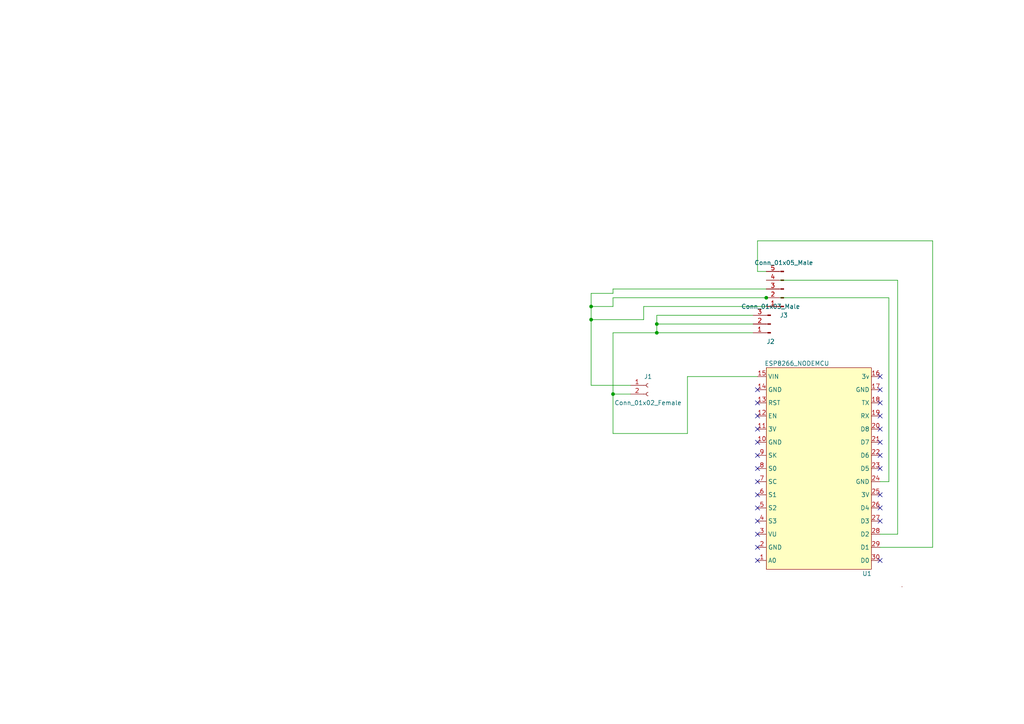
<source format=kicad_sch>
(kicad_sch (version 20211123) (generator eeschema)
  (paper "A4")
  (title_block (title "WheelChair PCB") (date "2022-07-14") (rev "v0.1") (company "Krimzon") (comment 3 "Licence: KRIMZON Kream") (comment 4 "Author: Kream"))
  (lib_symbols
    (symbol "Connector:Conn_01x02_Female" (pin_names (offset 1.016) hide)
      (property "Reference" "J" (at 0 2.54 0))
      (property "Value" "Conn_01x02_Female" (at 0 -5.08 0))
      (symbol "Conn_01x02_Female_1_1"
        (arc (start 0 -2.032) (mid -0.508 -2.54) (end 0 -3.048) (stroke (width 0.1524)))
        (polyline (pts (xy -1.27 -2.54) (xy -0.508 -2.54)) (stroke (width 0.1524)))
        (polyline (pts (xy -1.27 0) (xy -0.508 0)) (stroke (width 0.1524)))
        (arc (start 0 0.508) (mid -0.508 0) (end 0 -0.508) (stroke (width 0.1524)))
        (pin passive line (at -5.08 0 0) (length 3.81) (name "Pin_1") (number "1"))
        (pin passive line (at -5.08 -2.54 0) (length 3.81) (name "Pin_2") (number "2"))
      )
    )
    (symbol "Connector:Conn_01x03_Male" (pin_names (offset 1.016) hide)
      (property "Reference" "J" (at 0 5.08 0))
      (property "Value" "Conn_01x03_Male" (at 0 -5.08 0))
      (symbol "Conn_01x03_Male_1_1"
        (polyline (pts (xy 1.27 -2.54) (xy 0.8636 -2.54)) (stroke (width 0.1524)))
        (polyline (pts (xy 1.27 0) (xy 0.8636 0)) (stroke (width 0.1524)))
        (polyline (pts (xy 1.27 2.54) (xy 0.8636 2.54)) (stroke (width 0.1524)))
        (rectangle (start 0.8636 -2.413) (end 0 -2.667) (stroke (width 0.1524)) (fill (type outline)))
        (rectangle (start 0.8636 0.127) (end 0 -0.127) (stroke (width 0.1524)) (fill (type outline)))
        (rectangle (start 0.8636 2.667) (end 0 2.413) (stroke (width 0.1524)) (fill (type outline)))
        (pin passive line (at 5.08 2.54 180) (length 3.81) (name "Pin_1") (number "1"))
        (pin passive line (at 5.08 0 180) (length 3.81) (name "Pin_2") (number "2"))
        (pin passive line (at 5.08 -2.54 180) (length 3.81) (name "Pin_3") (number "3"))
      )
    )
    (symbol "Connector:Conn_01x05_Male" (pin_names (offset 1.016) hide)
      (property "Reference" "J" (at 0 7.62 0))
      (property "Value" "Conn_01x05_Male" (at 0 -7.62 0))
      (symbol "Conn_01x05_Male_1_1"
        (polyline (pts (xy 1.27 -5.08) (xy 0.8636 -5.08)) (stroke (width 0.1524)))
        (polyline (pts (xy 1.27 -2.54) (xy 0.8636 -2.54)) (stroke (width 0.1524)))
        (polyline (pts (xy 1.27 0) (xy 0.8636 0)) (stroke (width 0.1524)))
        (polyline (pts (xy 1.27 2.54) (xy 0.8636 2.54)) (stroke (width 0.1524)))
        (polyline (pts (xy 1.27 5.08) (xy 0.8636 5.08)) (stroke (width 0.1524)))
        (rectangle (start 0.8636 -4.953) (end 0 -5.207) (stroke (width 0.1524)) (fill (type outline)))
        (rectangle (start 0.8636 -2.413) (end 0 -2.667) (stroke (width 0.1524)) (fill (type outline)))
        (rectangle (start 0.8636 0.127) (end 0 -0.127) (stroke (width 0.1524)) (fill (type outline)))
        (rectangle (start 0.8636 2.667) (end 0 2.413) (stroke (width 0.1524)) (fill (type outline)))
        (rectangle (start 0.8636 5.207) (end 0 4.953) (stroke (width 0.1524)) (fill (type outline)))
        (pin passive line (at 5.08 5.08 180) (length 3.81) (name "Pin_1") (number "1"))
        (pin passive line (at 5.08 2.54 180) (length 3.81) (name "Pin_2") (number "2"))
        (pin passive line (at 5.08 0 180) (length 3.81) (name "Pin_3") (number "3"))
        (pin passive line (at 5.08 -2.54 180) (length 3.81) (name "Pin_4") (number "4"))
        (pin passive line (at 5.08 -5.08 180) (length 3.81) (name "Pin_5") (number "5"))
      )
    )
    (symbol "ESP8266_NODEMCU_1"
      (property "Reference" "U" (at 15.24 -31.75 0))
      (property "Value" "ESP8266_NODEMCU_1" (at -5.08 29.21 0))
      (symbol "ESP8266_NODEMCU_1_0_1"
        (rectangle (start -13.97 27.94) (end 16.51 -30.48) (fill (type background)))
        (rectangle (start 25.4 -35.56) (end 25.4 -35.56))
        (rectangle (start 25.4 -35.56) (end 25.4 -35.56))
        (rectangle (start 25.4 -35.56) (end 25.4 -35.56))
        (rectangle (start 86.36 -129.54) (end 86.36 -129.54))
      )
      (symbol "ESP8266_NODEMCU_1_1_1"
        (pin input line (at -16.51 -27.94 0) (length 2.54) (name "A0") (number "1"))
        (pin input line (at -16.51 6.35 0) (length 2.54) (name "GND") (number "10"))
        (pin input line (at -16.51 10.16 0) (length 2.54) (name "3V") (number "11"))
        (pin input line (at -16.51 13.97 0) (length 2.54) (name "EN") (number "12"))
        (pin input line (at -16.51 17.78 0) (length 2.54) (name "RST") (number "13"))
        (pin input line (at -16.51 21.59 0) (length 2.54) (name "GND") (number "14"))
        (pin input line (at -16.51 25.4 0) (length 2.54) (name "VIN") (number "15"))
        (pin input line (at 19.05 25.4 180) (length 2.54) (name "3v") (number "16"))
        (pin input line (at 19.05 21.59 180) (length 2.54) (name "GND") (number "17"))
        (pin input line (at 19.05 17.78 180) (length 2.54) (name "TX") (number "18"))
        (pin input line (at 19.05 13.97 180) (length 2.54) (name "RX") (number "19"))
        (pin input line (at -16.51 -24.13 0) (length 2.54) (name "GND") (number "2"))
        (pin input line (at 19.05 10.16 180) (length 2.54) (name "D8") (number "20"))
        (pin input line (at 19.05 6.35 180) (length 2.54) (name "D7") (number "21"))
        (pin input line (at 19.05 2.54 180) (length 2.54) (name "D6") (number "22"))
        (pin input line (at 19.05 -1.27 180) (length 2.54) (name "D5") (number "23"))
        (pin input line (at 19.05 -5.08 180) (length 2.54) (name "GND") (number "24"))
        (pin input line (at 19.05 -8.89 180) (length 2.54) (name "3V") (number "25"))
        (pin input line (at 19.05 -12.7 180) (length 2.54) (name "D4") (number "26"))
        (pin input line (at 19.05 -16.51 180) (length 2.54) (name "D3") (number "27"))
        (pin input line (at 19.05 -20.32 180) (length 2.54) (name "D2") (number "28"))
        (pin input line (at 19.05 -24.13 180) (length 2.54) (name "D1") (number "29"))
        (pin input line (at -16.51 -20.32 0) (length 2.54) (name "VU") (number "3"))
        (pin input line (at 19.05 -27.94 180) (length 2.54) (name "D0") (number "30"))
        (pin input line (at -16.51 -16.51 0) (length 2.54) (name "S3") (number "4"))
        (pin input line (at -16.51 -12.7 0) (length 2.54) (name "S2") (number "5"))
        (pin input line (at -16.51 -8.89 0) (length 2.54) (name "S1") (number "6"))
        (pin input line (at -16.51 -5.08 0) (length 2.54) (name "SC") (number "7"))
        (pin input line (at -16.51 -1.27 0) (length 2.54) (name "S0") (number "8"))
        (pin input line (at -16.51 2.54 0) (length 2.54) (name "SK") (number "9"))
      )
    )
  )
  (junction (at 190.5 93.98))
  (junction (at 171.45 88.9))
  (junction (at 222.25 86.36))
  (junction (at 177.8 114.3))
  (junction (at 190.5 96.52))
  (junction (at 171.45 92.71))
  (no_connect (at 255.27 147.32))
  (no_connect (at 255.27 162.56))
  (no_connect (at 255.27 143.51))
  (no_connect (at 219.71 162.56))
  (no_connect (at 255.27 151.13))
  (no_connect (at 255.27 109.22))
  (no_connect (at 255.27 113.03))
  (no_connect (at 255.27 124.46))
  (no_connect (at 255.27 135.89))
  (no_connect (at 255.27 128.27))
  (no_connect (at 255.27 132.08))
  (no_connect (at 255.27 120.65))
  (no_connect (at 255.27 116.84))
  (no_connect (at 219.71 128.27))
  (no_connect (at 219.71 116.84))
  (no_connect (at 219.71 113.03))
  (no_connect (at 219.71 120.65))
  (no_connect (at 219.71 124.46))
  (no_connect (at 219.71 151.13))
  (no_connect (at 219.71 139.7))
  (no_connect (at 219.71 154.94))
  (no_connect (at 219.71 143.51))
  (no_connect (at 219.71 132.08))
  (no_connect (at 219.71 135.89))
  (no_connect (at 219.71 147.32))
  (no_connect (at 219.71 158.75))
  (wire (pts (xy 190.5 96.52) (xy 190.5 93.98)))
  (wire (pts (xy 177.8 114.3) (xy 177.8 125.73)))
  (wire (pts (xy 177.8 83.82) (xy 222.25 83.82)))
  (wire (pts (xy 190.5 93.98) (xy 218.44 93.98)))
  (wire (pts (xy 171.45 92.71) (xy 186.69 92.71)))
  (wire (pts (xy 177.8 96.52) (xy 190.5 96.52)))
  (wire (pts (xy 219.71 69.85) (xy 219.71 78.74)))
  (wire (pts (xy 255.27 139.7) (xy 257.81 139.7)))
  (wire (pts (xy 171.45 111.76) (xy 182.88 111.76)))
  (wire (pts (xy 255.27 158.75) (xy 270.51 158.75)))
  (wire (pts (xy 177.8 85.09) (xy 177.8 83.82)))
  (wire (pts (xy 199.39 125.73) (xy 177.8 125.73)))
  (wire (pts (xy 186.69 88.9) (xy 222.25 88.9)))
  (wire (pts (xy 171.45 88.9) (xy 177.8 88.9)))
  (wire (pts (xy 186.69 92.71) (xy 186.69 88.9)))
  (wire (pts (xy 219.71 109.22) (xy 199.39 109.22)))
  (wire (pts (xy 260.35 81.28) (xy 222.25 81.28)))
  (wire (pts (xy 222.25 86.36) (xy 257.81 86.36)))
  (wire (pts (xy 190.5 91.44) (xy 218.44 91.44)))
  (wire (pts (xy 171.45 92.71) (xy 171.45 88.9)))
  (wire (pts (xy 177.8 96.52) (xy 177.8 114.3)))
  (wire (pts (xy 255.27 154.94) (xy 260.35 154.94)))
  (wire (pts (xy 171.45 88.9) (xy 171.45 85.09)))
  (wire (pts (xy 260.35 154.94) (xy 260.35 81.28)))
  (wire (pts (xy 190.5 93.98) (xy 190.5 91.44)))
  (wire (pts (xy 219.71 78.74) (xy 222.25 78.74)))
  (wire (pts (xy 270.51 69.85) (xy 219.71 69.85)))
  (wire (pts (xy 177.8 114.3) (xy 182.88 114.3)))
  (wire (pts (xy 171.45 92.71) (xy 171.45 111.76)))
  (wire (pts (xy 190.5 96.52) (xy 218.44 96.52)))
  (wire (pts (xy 177.8 88.9) (xy 177.8 86.36)))
  (wire (pts (xy 257.81 139.7) (xy 257.81 86.36)))
  (wire (pts (xy 171.45 85.09) (xy 177.8 85.09)))
  (wire (pts (xy 177.8 86.36) (xy 222.25 86.36)))
  (wire (pts (xy 270.51 158.75) (xy 270.51 69.85)))
  (wire (pts (xy 199.39 109.22) (xy 199.39 125.73)))
  (symbol (lib_name "ESP8266_NODEMCU_1") (lib_id "myESPs:ESP8266_NODEMCU") (at 236.22 134.62 0) (unit 1)
    (property "Reference" "U1" (at 251.46 166.37 0))
    (property "Value" "ESP8266_NODEMCU" (at 231.14 105.41 0))
    (property "Footprint" "MyESPs:ESP8266NODEMCU" (effects hide))
  )
  (symbol (lib_id "Connector:Conn_01x03_Male") (at 223.52 93.98 180) (unit 1)
    (property "Reference" "J2" (at 223.52 99.06 0))
    (property "Value" "Conn_01x03_Male" (at 223.52 88.9 0))
    (property "Footprint" "Connector_PinHeader_2.54mm:PinHeader_1x03_P2.54mm_Vertical" (effects hide))
  )
  (symbol (lib_id "Connector:Conn_01x05_Male") (at 227.33 83.82 180) (unit 1)
    (property "Reference" "J3" (at 227.33 91.44 0))
    (property "Value" "Conn_01x05_Male" (at 227.33 76.2 0))
    (property "Footprint" "Connector_PinHeader_2.54mm:PinHeader_1x05_P2.54mm_Vertical" (effects hide))
  )
  (symbol (lib_id "Connector:Conn_01x02_Female") (at 187.96 111.76 0) (unit 1)
    (property "Reference" "J1" (at 187.96 109.22 0))
    (property "Value" "Conn_01x02_Female" (at 187.96 116.84 0))
    (property "Footprint" "Connector_PinSocket_2.54mm:PinSocket_1x02_P2.54mm_Vertical" (effects hide))
  )
)
</source>
